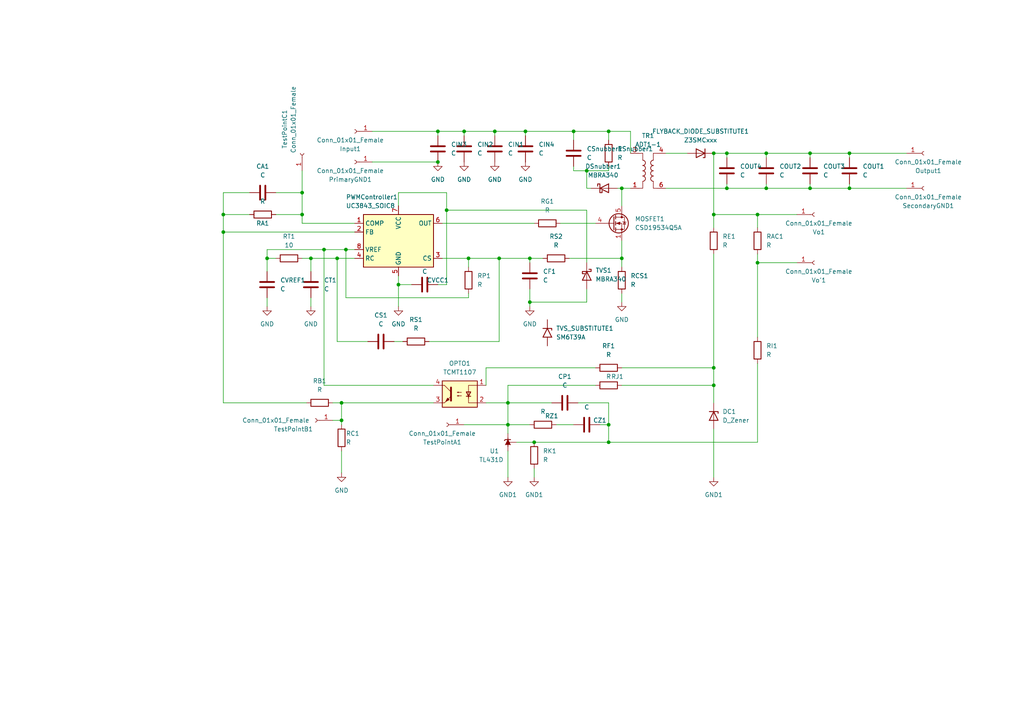
<source format=kicad_sch>
(kicad_sch (version 20211123) (generator eeschema)
  (paper "A4")
  (lib_symbols
    (symbol "Connector:Conn_01x01_Female" (pin_names (offset 1.016) hide)
      (property "Reference" "J" (at 0 2.54 0))
      (property "Value" "Conn_01x01_Female" (at 0 -2.54 0))
      (symbol "Conn_01x01_Female_1_1"
        (polyline (pts (xy -1.27 0) (xy -0.508 0)) (stroke (width 0.1524)))
        (arc (start 0 0.508) (mid -0.508 0) (end 0 -0.508) (stroke (width 0.1524)))
        (pin passive line (at -5.08 0 0) (length 3.81) (name "Pin_1") (number "1"))
      )
    )
    (symbol "Device:C" (pin_numbers hide) (pin_names (offset 0.254))
      (property "Reference" "C" (at 0.635 2.54 0))
      (property "Value" "C" (at 0.635 -2.54 0))
      (symbol "C_0_1"
        (polyline (pts (xy -2.032 -0.762) (xy 2.032 -0.762)) (stroke (width 0.508)))
        (polyline (pts (xy -2.032 0.762) (xy 2.032 0.762)) (stroke (width 0.508)))
      )
      (symbol "C_1_1"
        (pin passive line (at 0 3.81 270) (length 2.794) (name "~") (number "1"))
        (pin passive line (at 0 -3.81 90) (length 2.794) (name "~") (number "2"))
      )
    )
    (symbol "Device:D_Zener" (pin_numbers hide) (pin_names (offset 1.016) hide)
      (property "Reference" "D" (at 0 2.54 0))
      (property "Value" "D_Zener" (at 0 -2.54 0))
      (symbol "D_Zener_0_1"
        (polyline (pts (xy 1.27 0) (xy -1.27 0)))
        (polyline (pts (xy -1.27 -1.27) (xy -1.27 1.27) (xy -0.762 1.27)) (stroke (width 0.254)))
        (polyline (pts (xy 1.27 -1.27) (xy 1.27 1.27) (xy -1.27 0) (xy 1.27 -1.27)) (stroke (width 0.254)))
      )
      (symbol "D_Zener_1_1"
        (pin passive line (at -3.81 0 0) (length 2.54) (name "K") (number "1"))
        (pin passive line (at 3.81 0 180) (length 2.54) (name "A") (number "2"))
      )
    )
    (symbol "Device:R" (pin_numbers hide) (pin_names (offset 0))
      (property "Reference" "R" (at 2.032 0 90))
      (property "Value" "R" (at 0 0 90))
      (symbol "R_0_1"
        (rectangle (start -1.016 -2.54) (end 1.016 2.54) (stroke (width 0.254)))
      )
      (symbol "R_1_1"
        (pin passive line (at 0 3.81 270) (length 1.27) (name "~") (number "1"))
        (pin passive line (at 0 -3.81 90) (length 1.27) (name "~") (number "2"))
      )
    )
    (symbol "Diode:MBRA340" (pin_numbers hide) (pin_names hide)
      (property "Reference" "D" (at 0 2.54 0))
      (property "Value" "MBRA340" (at 0 -2.54 0))
      (symbol "MBRA340_0_1"
        (polyline (pts (xy 1.27 0) (xy -1.27 0)))
        (polyline (pts (xy 1.27 1.27) (xy 1.27 -1.27) (xy -1.27 0) (xy 1.27 1.27)) (stroke (width 0.254)))
        (polyline (pts (xy -1.905 0.635) (xy -1.905 1.27) (xy -1.27 1.27) (xy -1.27 -1.27) (xy -0.635 -1.27) (xy -0.635 -0.635)) (stroke (width 0.254)))
      )
      (symbol "MBRA340_1_1"
        (pin passive line (at -3.81 0 0) (length 2.54) (name "K") (number "1"))
        (pin passive line (at 3.81 0 180) (length 2.54) (name "A") (number "2"))
      )
    )
    (symbol "Diode:SM6T39A" (pin_numbers hide) (pin_names (offset 1.016) hide)
      (property "Reference" "D" (at 0 2.54 0))
      (property "Value" "SM6T39A" (at 0 -2.54 0))
      (symbol "SM6T39A_0_1"
        (polyline (pts (xy -0.762 1.27) (xy -1.27 1.27) (xy -1.27 -1.27)) (stroke (width 0.254)))
        (polyline (pts (xy 1.27 1.27) (xy 1.27 -1.27) (xy -1.27 0) (xy 1.27 1.27)) (stroke (width 0.254)))
      )
      (symbol "SM6T39A_1_1"
        (pin passive line (at -3.81 0 0) (length 2.54) (name "A1") (number "1"))
        (pin passive line (at 3.81 0 180) (length 2.54) (name "A2") (number "2"))
      )
    )
    (symbol "Diode:Z3SMCxxx" (pin_numbers hide) (pin_names hide)
      (property "Reference" "D" (at 0 2.54 0))
      (property "Value" "Z3SMCxxx" (at 0 -2.54 0))
      (symbol "Z3SMCxxx_0_1"
        (polyline (pts (xy 1.27 0) (xy -1.27 0)))
        (polyline (pts (xy -1.27 -1.27) (xy -1.27 1.27) (xy -0.762 1.27)) (stroke (width 0.254)))
        (polyline (pts (xy 1.27 -1.27) (xy 1.27 1.27) (xy -1.27 0) (xy 1.27 -1.27)) (stroke (width 0.254)))
      )
      (symbol "Z3SMCxxx_1_1"
        (pin passive line (at -3.81 0 0) (length 2.54) (name "K") (number "1"))
        (pin passive line (at 3.81 0 180) (length 2.54) (name "A") (number "2"))
      )
    )
    (symbol "Isolator:TCMT1107" (pin_names (offset 1.016))
      (property "Reference" "U" (at 0 5.08 0))
      (property "Value" "TCMT1107" (at 0 -5.08 0))
      (symbol "TCMT1107_1_1"
        (rectangle (start -5.08 3.81) (end 5.08 -3.81) (stroke (width 0.254)) (fill (type background)))
        (polyline (pts (xy -3.175 -0.635) (xy -1.905 -0.635)) (stroke (width 0.254)))
        (polyline (pts (xy 2.54 0.635) (xy 4.445 2.54)))
        (polyline (pts (xy 4.445 -2.54) (xy 2.54 -0.635)) (fill (type outline)))
        (polyline (pts (xy 4.445 -2.54) (xy 5.08 -2.54)))
        (polyline (pts (xy 4.445 2.54) (xy 5.08 2.54)))
        (polyline (pts (xy -2.54 -0.635) (xy -2.54 -2.54) (xy -5.08 -2.54)))
        (polyline (pts (xy 2.54 1.905) (xy 2.54 -1.905) (xy 2.54 -1.905)) (stroke (width 0.508)))
        (polyline (pts (xy -5.08 2.54) (xy -2.54 2.54) (xy -2.54 -1.27) (xy -2.54 0.635)))
        (polyline (pts (xy -2.54 -0.635) (xy -3.175 0.635) (xy -1.905 0.635) (xy -2.54 -0.635)) (stroke (width 0.254)))
        (polyline (pts (xy -0.508 -0.508) (xy 0.762 -0.508) (xy 0.381 -0.635) (xy 0.381 -0.381) (xy 0.762 -0.508)))
        (polyline (pts (xy -0.508 0.508) (xy 0.762 0.508) (xy 0.381 0.381) (xy 0.381 0.635) (xy 0.762 0.508)))
        (polyline (pts (xy 3.048 -1.651) (xy 3.556 -1.143) (xy 4.064 -2.159) (xy 3.048 -1.651) (xy 3.048 -1.651)) (fill (type outline)))
        (pin passive line (at -7.62 2.54 0) (length 2.54) (name "~") (number "1"))
        (pin passive line (at -7.62 -2.54 0) (length 2.54) (name "~") (number "2"))
        (pin passive line (at 7.62 -2.54 180) (length 2.54) (name "~") (number "3"))
        (pin passive line (at 7.62 2.54 180) (length 2.54) (name "~") (number "4"))
      )
    )
    (symbol "Reference_Voltage:TL431D" (pin_numbers hide) (pin_names hide)
      (property "Reference" "U" (at 0 -2.54 0))
      (property "Value" "TL431D" (at 0 -4.445 0))
      (symbol "TL431D_0_1"
        (polyline (pts (xy -1.27 0) (xy 0 0) (xy 1.27 0)))
        (polyline (pts (xy -0.762 0.762) (xy 0.762 0) (xy -0.762 -0.762)) (fill (type outline)))
        (polyline (pts (xy 0.508 -1.016) (xy 0.762 -0.762) (xy 0.762 0.762) (xy 0.762 0.762)) (stroke (width 0.254)))
      )
      (symbol "TL431D_1_1"
        (polyline (pts (xy 0 1.27) (xy 0 0)))
        (pin passive line (at 2.54 0 180) (length 2.54) (name "K") (number "1"))
        (pin passive line (at -2.54 0 0) (length 2.54) (name "A") (number "2"))
        (pin passive line (at -2.54 0 0) (length 2.54) hide (name "A") (number "3"))
        (pin passive line (at -2.54 0 0) (length 2.54) hide (name "A") (number "6"))
        (pin passive line (at -2.54 0 0) (length 2.54) hide (name "A") (number "7"))
        (pin passive line (at 0 2.54 270) (length 2.54) (name "REF") (number "8"))
      )
    )
    (symbol "Regulator_Controller:UC3843_SOIC8"
      (property "Reference" "U" (at 3.81 11.43 0))
      (property "Value" "UC3843_SOIC8" (at 3.81 8.89 0))
      (symbol "UC3843_SOIC8_0_1"
        (rectangle (start -10.16 -7.62) (end 10.16 7.62) (stroke (width 0.254)) (fill (type background)))
      )
      (symbol "UC3843_SOIC8_1_1"
        (pin passive line (at -12.7 5.08 0) (length 2.54) (name "COMP") (number "1"))
        (pin input line (at -12.7 2.54 0) (length 2.54) (name "FB") (number "2"))
        (pin input line (at 12.7 -5.08 180) (length 2.54) (name "CS") (number "3"))
        (pin passive line (at -12.7 -5.08 0) (length 2.54) (name "RC") (number "4"))
        (pin power_in line (at 0 -10.16 90) (length 2.54) (name "GND") (number "5"))
        (pin output line (at 12.7 5.08 180) (length 2.54) (name "OUT") (number "6"))
        (pin power_in line (at 0 10.16 270) (length 2.54) (name "VCC") (number "7"))
        (pin power_out line (at -12.7 -2.54 0) (length 2.54) (name "VREF") (number "8"))
      )
    )
    (symbol "Transformer:ADT1-1" (pin_names hide)
      (property "Reference" "TR" (at 0 6.35 0))
      (property "Value" "ADT1-1" (at 0 -6.35 0))
      (symbol "ADT1-1_0_1"
        (arc (start -1.524 -3.048) (mid -0.762 -2.286) (end -1.524 -1.524) (stroke (width 0.2032)))
        (arc (start -1.524 -1.524) (mid -0.762 -0.762) (end -1.524 0) (stroke (width 0.2032)))
        (arc (start -1.524 0) (mid -0.762 0.762) (end -1.524 1.524) (stroke (width 0.2032)))
        (arc (start -1.524 1.524) (mid -0.762 2.286) (end -1.524 3.048) (stroke (width 0.2032)))
        (polyline (pts (xy -2.54 5.08) (xy -1.524 5.08) (xy -1.524 3.048)) (stroke (width 0.1524)))
        (polyline (pts (xy -1.524 -3.048) (xy -1.524 -5.08) (xy -2.54 -5.08)) (stroke (width 0.1524)))
        (polyline (pts (xy 1.524 3.048) (xy 1.524 5.08) (xy 2.54 5.08)) (stroke (width 0.1524)))
        (polyline (pts (xy 2.54 -5.08) (xy 1.524 -5.08) (xy 1.524 -3.048)) (stroke (width 0.1524)))
        (arc (start 1.524 -1.524) (mid 0.762 -2.286) (end 1.524 -3.048) (stroke (width 0.2032)))
        (arc (start 1.524 0) (mid 0.762 -0.762) (end 1.524 -1.524) (stroke (width 0.2032)))
        (arc (start 1.524 1.524) (mid 0.762 0.762) (end 1.524 0) (stroke (width 0.2032)))
        (arc (start 1.524 3.048) (mid 0.762 2.286) (end 1.524 1.524) (stroke (width 0.2032)))
      )
      (symbol "ADT1-1_1_1"
        (pin passive line (at -5.08 -5.08 0) (length 2.54) (name "~") (number "1"))
        (pin passive line (at -5.08 5.08 0) (length 2.54) (name "~") (number "3"))
        (pin passive line (at 5.08 5.08 180) (length 2.54) (name "~") (number "4"))
        (pin passive line (at 5.08 -5.08 180) (length 2.54) (name "~") (number "6"))
      )
    )
    (symbol "Transistor_FET:CSD19534Q5A" (pin_names hide)
      (property "Reference" "Q" (at 5.08 1.905 0))
      (property "Value" "CSD19534Q5A" (at 5.08 0 0))
      (symbol "CSD19534Q5A_0_1"
        (polyline (pts (xy 0.254 0) (xy -2.54 0)))
        (polyline (pts (xy 0.254 1.905) (xy 0.254 -1.905)) (stroke (width 0.254)))
        (polyline (pts (xy 0.762 -1.27) (xy 0.762 -2.286)) (stroke (width 0.254)))
        (polyline (pts (xy 0.762 0.508) (xy 0.762 -0.508)) (stroke (width 0.254)))
        (polyline (pts (xy 0.762 2.286) (xy 0.762 1.27)) (stroke (width 0.254)))
        (polyline (pts (xy 2.54 2.54) (xy 2.54 1.778)))
        (polyline (pts (xy 2.54 -2.54) (xy 2.54 0) (xy 0.762 0)))
        (polyline (pts (xy 0.762 -1.778) (xy 3.302 -1.778) (xy 3.302 1.778) (xy 0.762 1.778)))
        (polyline (pts (xy 1.016 0) (xy 2.032 0.381) (xy 2.032 -0.381) (xy 1.016 0)) (fill (type outline)))
        (polyline (pts (xy 2.794 0.508) (xy 2.921 0.381) (xy 3.683 0.381) (xy 3.81 0.254)))
        (polyline (pts (xy 3.302 0.381) (xy 2.921 -0.254) (xy 3.683 -0.254) (xy 3.302 0.381)))
        (circle (center 1.651 0) (radius 2.794) (stroke (width 0.254)))
        (circle (center 2.54 -1.778) (radius 0.254) (fill (type outline)))
        (circle (center 2.54 1.778) (radius 0.254) (fill (type outline)))
      )
      (symbol "CSD19534Q5A_1_1"
        (pin passive line (at 2.54 -5.08 90) (length 2.54) (name "S") (number "1"))
        (pin passive line (at 2.54 -5.08 90) (length 2.54) hide (name "S") (number "2"))
        (pin passive line (at 2.54 -5.08 90) (length 2.54) hide (name "S") (number "3"))
        (pin passive line (at -5.08 0 0) (length 2.54) (name "G") (number "4"))
        (pin passive line (at 2.54 5.08 270) (length 2.54) (name "D") (number "5"))
      )
    )
    (symbol "power:GND" (power) (pin_names (offset 0))
      (property "Value" "GND" (at 0 -3.81 0))
      (symbol "GND_0_1"
        (polyline (pts (xy 0 0) (xy 0 -1.27) (xy 1.27 -1.27) (xy 0 -2.54) (xy -1.27 -1.27) (xy 0 -1.27)))
      )
      (symbol "GND_1_1"
        (pin power_in line (at 0 0 270) (length 0) hide (name "GND") (number "1"))
      )
    )
    (symbol "power:GND1" (power) (pin_names (offset 0))
      (property "Value" "GND1" (at 0 -3.81 0))
      (symbol "GND1_0_1"
        (polyline (pts (xy 0 0) (xy 0 -1.27) (xy 1.27 -1.27) (xy 0 -2.54) (xy -1.27 -1.27) (xy 0 -1.27)))
      )
      (symbol "GND1_1_1"
        (pin power_in line (at 0 0 270) (length 0) hide (name "GND1") (number "1"))
      )
    )
  )
  (junction (at 100.33 72.39))
  (junction (at 147.32 116.84))
  (junction (at 135.89 74.93))
  (junction (at 222.25 44.45))
  (junction (at 144.78 74.93))
  (junction (at 219.71 76.2))
  (junction (at 234.95 44.45))
  (junction (at 176.53 123.19))
  (junction (at 246.38 44.45))
  (junction (at 207.01 111.76))
  (junction (at 129.54 60.96))
  (junction (at 207.01 44.45))
  (junction (at 127 38.1))
  (junction (at 166.37 38.1))
  (junction (at 210.82 54.61))
  (junction (at 134.62 38.1))
  (junction (at 180.34 74.93))
  (junction (at 222.25 54.61))
  (junction (at 152.4 38.1))
  (junction (at 153.67 74.93))
  (junction (at 153.67 87.63))
  (junction (at 219.71 62.23))
  (junction (at 210.82 44.45))
  (junction (at 154.94 128.27))
  (junction (at 234.95 54.61))
  (junction (at 180.34 54.61))
  (junction (at 87.63 62.23))
  (junction (at 90.17 74.93))
  (junction (at 93.98 72.39))
  (junction (at 246.38 54.61))
  (junction (at 87.63 55.88))
  (junction (at 170.18 49.53))
  (junction (at 99.06 121.92))
  (junction (at 176.53 128.27))
  (junction (at 176.53 38.1))
  (junction (at 77.47 74.93))
  (junction (at 127 46.99))
  (junction (at 143.51 38.1))
  (junction (at 207.01 106.68))
  (junction (at 207.01 62.23))
  (junction (at 115.57 82.55))
  (junction (at 64.77 67.31))
  (junction (at 97.79 74.93))
  (junction (at 147.32 123.19))
  (junction (at 99.06 116.84))
  (junction (at 64.77 62.23))
  (wire (pts (xy 100.33 86.36) (xy 135.89 86.36)))
  (wire (pts (xy 176.53 128.27) (xy 154.94 128.27)))
  (wire (pts (xy 219.71 76.2) (xy 231.14 76.2)))
  (wire (pts (xy 129.54 60.96) (xy 170.18 60.96)))
  (wire (pts (xy 207.01 62.23) (xy 207.01 66.04)))
  (wire (pts (xy 180.34 69.85) (xy 180.34 74.93)))
  (wire (pts (xy 107.95 38.1) (xy 127 38.1)))
  (wire (pts (xy 125.73 111.76) (xy 93.98 111.76)))
  (wire (pts (xy 147.32 123.19) (xy 147.32 116.84)))
  (wire (pts (xy 100.33 86.36) (xy 100.33 72.39)))
  (wire (pts (xy 77.47 74.93) (xy 77.47 72.39)))
  (wire (pts (xy 90.17 74.93) (xy 97.79 74.93)))
  (wire (pts (xy 80.01 62.23) (xy 87.63 62.23)))
  (wire (pts (xy 222.25 54.61) (xy 234.95 54.61)))
  (wire (pts (xy 219.71 62.23) (xy 219.71 66.04)))
  (wire (pts (xy 115.57 82.55) (xy 115.57 88.9)))
  (wire (pts (xy 64.77 62.23) (xy 64.77 67.31)))
  (wire (pts (xy 127 38.1) (xy 134.62 38.1)))
  (wire (pts (xy 180.34 85.09) (xy 180.34 87.63)))
  (wire (pts (xy 222.25 44.45) (xy 210.82 44.45)))
  (wire (pts (xy 87.63 74.93) (xy 90.17 74.93)))
  (wire (pts (xy 180.34 111.76) (xy 207.01 111.76)))
  (wire (pts (xy 176.53 38.1) (xy 182.88 38.1)))
  (wire (pts (xy 127 82.55) (xy 129.54 82.55)))
  (wire (pts (xy 140.97 106.68) (xy 140.97 111.76)))
  (wire (pts (xy 147.32 116.84) (xy 140.97 116.84)))
  (wire (pts (xy 140.97 106.68) (xy 172.72 106.68)))
  (wire (pts (xy 88.9 116.84) (xy 64.77 116.84)))
  (wire (pts (xy 124.46 99.06) (xy 144.78 99.06)))
  (wire (pts (xy 176.53 123.19) (xy 176.53 116.84)))
  (wire (pts (xy 115.57 55.88) (xy 129.54 55.88)))
  (wire (pts (xy 64.77 62.23) (xy 72.39 62.23)))
  (wire (pts (xy 143.51 38.1) (xy 152.4 38.1)))
  (wire (pts (xy 180.34 74.93) (xy 180.34 77.47)))
  (wire (pts (xy 64.77 55.88) (xy 64.77 62.23)))
  (wire (pts (xy 219.71 76.2) (xy 219.71 97.79)))
  (wire (pts (xy 90.17 86.36) (xy 90.17 88.9)))
  (wire (pts (xy 90.17 74.93) (xy 90.17 78.74)))
  (wire (pts (xy 246.38 45.72) (xy 246.38 44.45)))
  (wire (pts (xy 234.95 53.34) (xy 234.95 54.61)))
  (wire (pts (xy 153.67 83.82) (xy 153.67 87.63)))
  (wire (pts (xy 234.95 45.72) (xy 234.95 44.45)))
  (wire (pts (xy 152.4 38.1) (xy 166.37 38.1)))
  (wire (pts (xy 207.01 124.46) (xy 207.01 138.43)))
  (wire (pts (xy 147.32 123.19) (xy 153.67 123.19)))
  (wire (pts (xy 246.38 54.61) (xy 246.38 53.34)))
  (wire (pts (xy 93.98 72.39) (xy 100.33 72.39)))
  (wire (pts (xy 193.04 44.45) (xy 199.39 44.45)))
  (wire (pts (xy 87.63 55.88) (xy 87.63 62.23)))
  (wire (pts (xy 96.52 121.92) (xy 99.06 121.92)))
  (wire (pts (xy 115.57 59.69) (xy 115.57 55.88)))
  (wire (pts (xy 99.06 121.92) (xy 99.06 123.19)))
  (wire (pts (xy 219.71 62.23) (xy 231.14 62.23)))
  (wire (pts (xy 222.25 44.45) (xy 234.95 44.45)))
  (wire (pts (xy 80.01 55.88) (xy 87.63 55.88)))
  (wire (pts (xy 96.52 116.84) (xy 99.06 116.84)))
  (wire (pts (xy 222.25 53.34) (xy 222.25 54.61)))
  (wire (pts (xy 144.78 74.93) (xy 153.67 74.93)))
  (wire (pts (xy 143.51 38.1) (xy 143.51 39.37)))
  (wire (pts (xy 234.95 54.61) (xy 246.38 54.61)))
  (wire (pts (xy 207.01 44.45) (xy 210.82 44.45)))
  (wire (pts (xy 134.62 123.19) (xy 147.32 123.19)))
  (wire (pts (xy 180.34 54.61) (xy 182.88 54.61)))
  (wire (pts (xy 102.87 64.77) (xy 87.63 64.77)))
  (wire (pts (xy 262.89 54.61) (xy 246.38 54.61)))
  (wire (pts (xy 246.38 44.45) (xy 234.95 44.45)))
  (wire (pts (xy 210.82 54.61) (xy 222.25 54.61)))
  (wire (pts (xy 97.79 99.06) (xy 97.79 74.93)))
  (wire (pts (xy 135.89 85.09) (xy 135.89 86.36)))
  (wire (pts (xy 127 38.1) (xy 127 39.37)))
  (wire (pts (xy 210.82 44.45) (xy 210.82 45.72)))
  (wire (pts (xy 207.01 73.66) (xy 207.01 106.68)))
  (wire (pts (xy 170.18 49.53) (xy 166.37 49.53)))
  (wire (pts (xy 115.57 82.55) (xy 119.38 82.55)))
  (wire (pts (xy 152.4 38.1) (xy 152.4 39.37)))
  (wire (pts (xy 219.71 128.27) (xy 176.53 128.27)))
  (wire (pts (xy 80.01 74.93) (xy 77.47 74.93)))
  (wire (pts (xy 154.94 135.89) (xy 154.94 138.43)))
  (wire (pts (xy 87.63 62.23) (xy 87.63 64.77)))
  (wire (pts (xy 93.98 111.76) (xy 93.98 72.39)))
  (wire (pts (xy 129.54 60.96) (xy 129.54 82.55)))
  (wire (pts (xy 97.79 74.93) (xy 102.87 74.93)))
  (wire (pts (xy 149.86 128.27) (xy 154.94 128.27)))
  (wire (pts (xy 72.39 55.88) (xy 64.77 55.88)))
  (wire (pts (xy 114.3 99.06) (xy 116.84 99.06)))
  (wire (pts (xy 171.45 54.61) (xy 170.18 54.61)))
  (wire (pts (xy 77.47 72.39) (xy 93.98 72.39)))
  (wire (pts (xy 222.25 45.72) (xy 222.25 44.45)))
  (wire (pts (xy 77.47 86.36) (xy 77.47 88.9)))
  (wire (pts (xy 162.56 64.77) (xy 172.72 64.77)))
  (wire (pts (xy 99.06 130.81) (xy 99.06 137.16)))
  (wire (pts (xy 77.47 74.93) (xy 77.47 78.74)))
  (wire (pts (xy 210.82 53.34) (xy 210.82 54.61)))
  (wire (pts (xy 147.32 111.76) (xy 172.72 111.76)))
  (wire (pts (xy 176.53 49.53) (xy 170.18 49.53)))
  (wire (pts (xy 99.06 116.84) (xy 99.06 121.92)))
  (wire (pts (xy 147.32 116.84) (xy 147.32 111.76)))
  (wire (pts (xy 147.32 116.84) (xy 160.02 116.84)))
  (wire (pts (xy 173.99 123.19) (xy 176.53 123.19)))
  (wire (pts (xy 128.27 74.93) (xy 135.89 74.93)))
  (wire (pts (xy 176.53 123.19) (xy 176.53 128.27)))
  (wire (pts (xy 144.78 99.06) (xy 144.78 74.93)))
  (wire (pts (xy 135.89 74.93) (xy 144.78 74.93)))
  (wire (pts (xy 179.07 54.61) (xy 180.34 54.61)))
  (wire (pts (xy 143.51 38.1) (xy 134.62 38.1)))
  (wire (pts (xy 153.67 87.63) (xy 170.18 87.63)))
  (wire (pts (xy 135.89 74.93) (xy 135.89 77.47)))
  (wire (pts (xy 180.34 106.68) (xy 207.01 106.68)))
  (wire (pts (xy 100.33 72.39) (xy 102.87 72.39)))
  (wire (pts (xy 147.32 125.73) (xy 147.32 123.19)))
  (wire (pts (xy 170.18 87.63) (xy 170.18 83.82)))
  (wire (pts (xy 153.67 74.93) (xy 153.67 76.2)))
  (wire (pts (xy 161.29 123.19) (xy 166.37 123.19)))
  (wire (pts (xy 170.18 49.53) (xy 170.18 54.61)))
  (wire (pts (xy 207.01 106.68) (xy 207.01 111.76)))
  (wire (pts (xy 176.53 38.1) (xy 176.53 40.64)))
  (wire (pts (xy 207.01 62.23) (xy 219.71 62.23)))
  (wire (pts (xy 106.68 99.06) (xy 97.79 99.06)))
  (wire (pts (xy 157.48 74.93) (xy 153.67 74.93)))
  (wire (pts (xy 219.71 73.66) (xy 219.71 76.2)))
  (wire (pts (xy 180.34 59.69) (xy 180.34 54.61)))
  (wire (pts (xy 153.67 87.63) (xy 153.67 88.9)))
  (wire (pts (xy 128.27 64.77) (xy 154.94 64.77)))
  (wire (pts (xy 115.57 80.01) (xy 115.57 82.55)))
  (wire (pts (xy 207.01 111.76) (xy 207.01 116.84)))
  (wire (pts (xy 87.63 49.53) (xy 87.63 55.88)))
  (wire (pts (xy 170.18 60.96) (xy 170.18 76.2)))
  (wire (pts (xy 176.53 116.84) (xy 167.64 116.84)))
  (wire (pts (xy 193.04 54.61) (xy 210.82 54.61)))
  (wire (pts (xy 176.53 48.26) (xy 176.53 49.53)))
  (wire (pts (xy 219.71 105.41) (xy 219.71 128.27)))
  (wire (pts (xy 125.73 116.84) (xy 99.06 116.84)))
  (wire (pts (xy 246.38 44.45) (xy 262.89 44.45)))
  (wire (pts (xy 166.37 38.1) (xy 166.37 40.64)))
  (wire (pts (xy 102.87 67.31) (xy 64.77 67.31)))
  (wire (pts (xy 147.32 130.81) (xy 147.32 138.43)))
  (wire (pts (xy 166.37 38.1) (xy 176.53 38.1)))
  (wire (pts (xy 129.54 55.88) (xy 129.54 60.96)))
  (wire (pts (xy 64.77 116.84) (xy 64.77 67.31)))
  (wire (pts (xy 182.88 38.1) (xy 182.88 44.45)))
  (wire (pts (xy 207.01 44.45) (xy 207.01 62.23)))
  (wire (pts (xy 134.62 38.1) (xy 134.62 39.37)))
  (wire (pts (xy 107.95 46.99) (xy 127 46.99)))
  (wire (pts (xy 165.1 74.93) (xy 180.34 74.93)))
  (wire (pts (xy 166.37 49.53) (xy 166.37 48.26)))
  (symbol (lib_id "Device:C") (at 134.62 43.18 0) (unit 1)
    (property "Reference" "CIN2" (at 138.43 41.9099 0) (effects (justify left)))
    (property "Value" "C" (at 138.43 44.4499 0) (effects (justify left)))
  )
  (symbol (lib_id "Device:C") (at 222.25 49.53 0) (unit 1)
    (property "Reference" "COUT2" (at 226.06 48.2599 0) (effects (justify left)))
    (property "Value" "C" (at 226.06 50.7999 0) (effects (justify left)))
  )
  (symbol (lib_id "Device:C") (at 234.95 49.53 0) (unit 1)
    (property "Reference" "COUT3" (at 238.76 48.2599 0) (effects (justify left)))
    (property "Value" "C" (at 238.76 50.7999 0) (effects (justify left)))
  )
  (symbol (lib_id "power:GND") (at 90.17 88.9 0) (unit 1)
    (property "Reference" "#PWR0105" (effects hide))
    (property "Value" "GND" (at 90.17 93.98 0))
  )
  (symbol (lib_id "Device:R") (at 92.71 116.84 90) (unit 1)
    (property "Reference" "RB1" (at 92.71 110.49 90))
    (property "Value" "R" (at 92.71 113.03 90))
    (property "Footprint" "Resistor_SMD:R_0805_2012Metric_Pad1.20x1.40mm_HandSolder" (effects hide))
  )
  (symbol (lib_id "Device:C") (at 152.4 43.18 0) (unit 1)
    (property "Reference" "CIN4" (at 156.21 41.9099 0) (effects (justify left)))
    (property "Value" "C" (at 156.21 44.4499 0) (effects (justify left)))
  )
  (symbol (lib_id "Device:R") (at 219.71 69.85 0) (unit 1)
    (property "Reference" "RAC1" (at 222.25 68.5799 0) (effects (justify left)))
    (property "Value" "R" (at 222.25 71.1199 0) (effects (justify left)))
    (property "Footprint" "Resistor_SMD:R_0805_2012Metric_Pad1.20x1.40mm_HandSolder" (effects hide))
  )
  (symbol (lib_id "Diode:SM6T39A") (at 158.75 96.52 270) (unit 1)
    (property "Reference" "TVS_SUBSTITUTE1" (at 161.29 95.2499 90) (effects (justify left)))
    (property "Value" "SM6T39A" (at 161.29 97.7899 90) (effects (justify left)))
    (property "Footprint" "Diode_SMD:D_SMB" (effects hide))
    (property "Datasheet" "https://www.st.com/resource/en/datasheet/sm6t.pdf" (effects hide))
  )
  (symbol (lib_id "Reference_Voltage:TL431D") (at 147.32 128.27 270) (mirror x) (unit 1)
    (property "Reference" "U1" (at 144.78 130.81 90) (effects (justify right)))
    (property "Value" "TL431D" (at 146.05 133.35 90) (effects (justify right)))
    (property "Footprint" "Package_SO:SOIC-8_3.9x4.9mm_P1.27mm" (effects hide))
    (property "Datasheet" "http://www.ti.com/lit/ds/symlink/tl431.pdf" (effects hide))
  )
  (symbol (lib_id "Connector:Conn_01x01_Female") (at 267.97 54.61 0) (unit 1)
    (property "Reference" "SecondaryGND1" (at 269.24 59.69 0))
    (property "Value" "Conn_01x01_Female" (at 269.24 57.15 0))
  )
  (symbol (lib_id "Device:C") (at 76.2 55.88 90) (unit 1)
    (property "Reference" "CA1" (at 76.2 48.26 90))
    (property "Value" "C" (at 76.2 50.8 90))
  )
  (symbol (lib_id "Device:C") (at 170.18 123.19 90) (unit 1)
    (property "Reference" "CZ1" (at 173.99 121.92 90))
    (property "Value" "C" (at 170.18 118.11 90))
  )
  (symbol (lib_id "Connector:Conn_01x01_Female") (at 267.97 44.45 0) (unit 1)
    (property "Reference" "Output1" (at 269.24 49.53 0))
    (property "Value" "Conn_01x01_Female" (at 269.24 46.99 0))
  )
  (symbol (lib_id "Connector:Conn_01x01_Female") (at 236.22 76.2 0) (unit 1)
    (property "Reference" "Vo'1" (at 237.49 81.28 0))
    (property "Value" "Conn_01x01_Female" (at 237.49 78.74 0))
  )
  (symbol (lib_id "Diode:Z3SMCxxx") (at 203.2 44.45 180) (unit 1)
    (property "Reference" "FLYBACK_DIODE_SUBSTITUTE1" (at 203.2 38.1 0))
    (property "Value" "Z3SMCxxx" (at 203.2 40.64 0))
    (property "Footprint" "Diode_SMD:D_SMC" (effects hide))
    (property "Datasheet" "https://diotec.com/tl_files/diotec/files/pdf/datasheets/z3smc1.pdf" (effects hide))
  )
  (symbol (lib_id "Device:R") (at 99.06 127 0) (unit 1)
    (property "Reference" "RC1" (at 100.33 125.73 0) (effects (justify left)))
    (property "Value" "R" (at 100.33 128.27 0) (effects (justify left)))
  )
  (symbol (lib_id "Transistor_FET:CSD19534Q5A") (at 177.8 64.77 0) (unit 1)
    (property "Reference" "MOSFET1" (at 184.15 63.4999 0) (effects (justify left)))
    (property "Value" "CSD19534Q5A" (at 184.15 66.0399 0) (effects (justify left)))
    (property "Footprint" "Package_TO_SOT_SMD:TDSON-8-1" (effects hide))
    (property "Datasheet" "http://www.ti.com/lit/gpn/csd19534q5a" (effects hide))
  )
  (symbol (lib_id "Device:R") (at 219.71 101.6 0) (unit 1)
    (property "Reference" "RI1" (at 222.25 100.3299 0) (effects (justify left)))
    (property "Value" "R" (at 222.25 102.8699 0) (effects (justify left)))
    (property "Footprint" "Resistor_SMD:R_0805_2012Metric_Pad1.20x1.40mm_HandSolder" (effects hide))
  )
  (symbol (lib_id "Device:R") (at 120.65 99.06 90) (unit 1)
    (property "Reference" "RS1" (at 120.65 92.71 90))
    (property "Value" "R" (at 120.65 95.25 90))
    (property "Footprint" "Resistor_SMD:R_0805_2012Metric_Pad1.20x1.40mm_HandSolder" (effects hide))
  )
  (symbol (lib_id "power:GND") (at 153.67 88.9 0) (unit 1)
    (property "Reference" "#PWR0104" (effects hide))
    (property "Value" "GND" (at 153.67 93.98 0))
  )
  (symbol (lib_id "power:GND") (at 180.34 87.63 0) (unit 1)
    (property "Reference" "#PWR0102" (effects hide))
    (property "Value" "GND" (at 180.34 92.71 0))
  )
  (symbol (lib_id "Device:R") (at 76.2 62.23 90) (unit 1)
    (property "Reference" "RA1" (at 76.2 64.77 90))
    (property "Value" "R" (at 76.2 58.42 90))
    (property "Footprint" "Resistor_SMD:R_0805_2012Metric_Pad1.20x1.40mm_HandSolder" (effects hide))
  )
  (symbol (lib_id "Connector:Conn_01x01_Female") (at 102.87 46.99 0) (mirror y) (unit 1)
    (property "Reference" "PrimaryGND1" (at 101.6 52.07 0))
    (property "Value" "Conn_01x01_Female" (at 101.6 49.53 0))
  )
  (symbol (lib_id "Device:C") (at 90.17 82.55 0) (unit 1)
    (property "Reference" "CT1" (at 93.98 81.2799 0) (effects (justify left)))
    (property "Value" "C" (at 93.98 83.8199 0) (effects (justify left)))
  )
  (symbol (lib_id "Device:C") (at 246.38 49.53 0) (unit 1)
    (property "Reference" "COUT1" (at 250.19 48.2599 0) (effects (justify left)))
    (property "Value" "C" (at 250.19 50.7999 0) (effects (justify left)))
  )
  (symbol (lib_id "Connector:Conn_01x01_Female") (at 91.44 121.92 0) (mirror y) (unit 1)
    (property "Reference" "TestPointB1" (at 85.09 124.46 0))
    (property "Value" "Conn_01x01_Female" (at 80.01 121.92 0))
  )
  (symbol (lib_id "Device:R") (at 158.75 64.77 90) (unit 1)
    (property "Reference" "RG1" (at 158.75 58.42 90))
    (property "Value" "R" (at 158.75 60.96 90))
  )
  (symbol (lib_id "Connector:Conn_01x01_Female") (at 87.63 44.45 90) (unit 1)
    (property "Reference" "TestPointC1" (at 82.55 43.18 0) (effects (justify left)))
    (property "Value" "Conn_01x01_Female" (at 85.09 44.45 0) (effects (justify left)))
  )
  (symbol (lib_id "Device:R") (at 83.82 74.93 90) (unit 1)
    (property "Reference" "RT1" (at 83.82 68.58 90))
    (property "Value" "10" (at 83.82 71.12 90))
    (property "Footprint" "Resistor_SMD:R_0805_2012Metric_Pad1.20x1.40mm_HandSolder" (effects hide))
  )
  (symbol (lib_id "Device:R") (at 161.29 74.93 90) (unit 1)
    (property "Reference" "RS2" (at 161.29 68.58 90))
    (property "Value" "R" (at 161.29 71.12 90))
    (property "Footprint" "Resistor_SMD:R_0805_2012Metric_Pad1.20x1.40mm_HandSolder" (effects hide))
  )
  (symbol (lib_id "power:GND") (at 143.51 46.99 0) (unit 1)
    (property "Reference" "#PWR0113" (effects hide))
    (property "Value" "GND" (at 143.51 52.07 0))
  )
  (symbol (lib_id "Device:D_Zener") (at 207.01 120.65 270) (unit 1)
    (property "Reference" "DC1" (at 209.55 119.3799 90) (effects (justify left)))
    (property "Value" "D_Zener" (at 209.55 121.9199 90) (effects (justify left)))
  )
  (symbol (lib_id "power:GND") (at 152.4 46.99 0) (unit 1)
    (property "Reference" "#PWR0101" (effects hide))
    (property "Value" "GND" (at 152.4 52.07 0))
  )
  (symbol (lib_id "Diode:MBRA340") (at 170.18 80.01 270) (unit 1)
    (property "Reference" "TVS1" (at 172.72 78.4224 90) (effects (justify left)))
    (property "Value" "MBRA340" (at 172.72 80.9624 90) (effects (justify left)))
    (property "Footprint" "Diode_SMD:D_SMA" (effects hide))
    (property "Datasheet" "https://www.onsemi.com/pub/Collateral/MBRA340T3-D.PDF" (effects hide))
  )
  (symbol (lib_id "Device:C") (at 110.49 99.06 90) (unit 1)
    (property "Reference" "CS1" (at 110.49 91.44 90))
    (property "Value" "C" (at 110.49 93.98 90))
  )
  (symbol (lib_id "Device:R") (at 157.48 123.19 90) (unit 1)
    (property "Reference" "RZ1" (at 160.02 120.65 90))
    (property "Value" "R" (at 157.48 119.38 90))
    (property "Footprint" "Resistor_SMD:R_0805_2012Metric_Pad1.20x1.40mm_HandSolder" (effects hide))
  )
  (symbol (lib_id "Connector:Conn_01x01_Female") (at 102.87 38.1 0) (mirror y) (unit 1)
    (property "Reference" "Input1" (at 101.6 43.18 0))
    (property "Value" "Conn_01x01_Female" (at 101.6 40.64 0))
  )
  (symbol (lib_id "power:GND") (at 115.57 88.9 0) (unit 1)
    (property "Reference" "#PWR0103" (effects hide))
    (property "Value" "GND" (at 115.57 93.98 0))
  )
  (symbol (lib_id "Device:C") (at 143.51 43.18 0) (unit 1)
    (property "Reference" "CIN1" (at 147.32 41.9099 0) (effects (justify left)))
    (property "Value" "C" (at 147.32 44.4499 0) (effects (justify left)))
  )
  (symbol (lib_id "Device:C") (at 127 43.18 0) (unit 1)
    (property "Reference" "CIN3" (at 130.81 41.9099 0) (effects (justify left)))
    (property "Value" "C" (at 130.81 44.4499 0) (effects (justify left)))
  )
  (symbol (lib_id "Regulator_Controller:UC3843_SOIC8") (at 115.57 69.85 0) (unit 1)
    (property "Reference" "PWMController1" (at 100.33 57.15 0) (effects (justify left)))
    (property "Value" "UC3843_SOIC8" (at 100.33 59.69 0) (effects (justify left)))
    (property "Footprint" "Package_SO:SOIC-8_3.9x4.9mm_P1.27mm" (effects hide))
    (property "Datasheet" "http://www.ti.com/lit/ds/symlink/uc3842.pdf" (effects hide))
  )
  (symbol (lib_id "Device:C") (at 210.82 49.53 0) (unit 1)
    (property "Reference" "COUT4" (at 214.63 48.2599 0) (effects (justify left)))
    (property "Value" "C" (at 214.63 50.7999 0) (effects (justify left)))
  )
  (symbol (lib_id "Device:C") (at 123.19 82.55 90) (unit 1)
    (property "Reference" "CVCC1" (at 127 81.28 90))
    (property "Value" "C" (at 123.19 78.74 90))
  )
  (symbol (lib_id "Device:R") (at 154.94 132.08 0) (unit 1)
    (property "Reference" "RK1" (at 157.48 130.8099 0) (effects (justify left)))
    (property "Value" "R" (at 157.48 133.3499 0) (effects (justify left)))
    (property "Footprint" "Resistor_SMD:R_0805_2012Metric_Pad1.20x1.40mm_HandSolder" (effects hide))
  )
  (symbol (lib_id "Device:C") (at 166.37 44.45 0) (unit 1)
    (property "Reference" "CSnubber1" (at 170.18 43.1799 0) (effects (justify left)))
    (property "Value" "C" (at 170.18 45.7199 0) (effects (justify left)))
  )
  (symbol (lib_id "Connector:Conn_01x01_Female") (at 236.22 62.23 0) (unit 1)
    (property "Reference" "Vo1" (at 237.49 67.31 0))
    (property "Value" "Conn_01x01_Female" (at 237.49 64.77 0))
  )
  (symbol (lib_id "power:GND1") (at 207.01 138.43 0) (unit 1)
    (property "Reference" "#PWR0110" (effects hide))
    (property "Value" "GND1" (at 207.01 143.51 0))
  )
  (symbol (lib_id "power:GND") (at 99.06 137.16 0) (unit 1)
    (property "Reference" "#PWR0106" (effects hide))
    (property "Value" "GND" (at 99.06 142.24 0))
  )
  (symbol (lib_id "Device:R") (at 176.53 106.68 90) (unit 1)
    (property "Reference" "RF1" (at 176.53 100.33 90))
    (property "Value" "R" (at 176.53 102.87 90))
    (property "Footprint" "Resistor_SMD:R_0805_2012Metric_Pad1.20x1.40mm_HandSolder" (effects hide))
  )
  (symbol (lib_id "power:GND") (at 127 46.99 0) (unit 1)
    (property "Reference" "#PWR0111" (effects hide))
    (property "Value" "GND" (at 127 52.07 0))
  )
  (symbol (lib_id "Device:R") (at 176.53 44.45 0) (unit 1)
    (property "Reference" "RSnubber1" (at 179.07 43.1799 0) (effects (justify left)))
    (property "Value" "R" (at 179.07 45.7199 0) (effects (justify left)))
    (property "Footprint" "Resistor_SMD:R_2010_5025Metric_Pad1.40x2.65mm_HandSolder" (effects hide))
  )
  (symbol (lib_id "Transformer:ADT1-1") (at 187.96 49.53 0) (unit 1)
    (property "Reference" "TR1" (at 187.96 39.37 0))
    (property "Value" "ADT1-1" (at 187.96 41.91 0))
    (property "Footprint" "kutup:sevgi-kafkasi" (effects hide))
    (property "Datasheet" "https://www.minicircuits.com/pdfs/ADT1-1+.pdf" (effects hide))
  )
  (symbol (lib_id "power:GND1") (at 154.94 138.43 0) (unit 1)
    (property "Reference" "#PWR0109" (effects hide))
    (property "Value" "GND1" (at 154.94 143.51 0))
  )
  (symbol (lib_id "Device:R") (at 207.01 69.85 0) (unit 1)
    (property "Reference" "RE1" (at 209.55 68.5799 0) (effects (justify left)))
    (property "Value" "R" (at 209.55 71.1199 0) (effects (justify left)))
    (property "Footprint" "Resistor_SMD:R_0805_2012Metric_Pad1.20x1.40mm_HandSolder" (effects hide))
  )
  (symbol (lib_id "Device:C") (at 153.67 80.01 0) (unit 1)
    (property "Reference" "CF1" (at 157.48 78.7399 0) (effects (justify left)))
    (property "Value" "C" (at 157.48 81.2799 0) (effects (justify left)))
  )
  (symbol (lib_id "Device:R") (at 135.89 81.28 180) (unit 1)
    (property "Reference" "RP1" (at 138.43 80.0099 0) (effects (justify right)))
    (property "Value" "R" (at 138.43 82.5499 0) (effects (justify right)))
    (property "Footprint" "Resistor_SMD:R_0805_2012Metric_Pad1.20x1.40mm_HandSolder" (effects hide))
  )
  (symbol (lib_id "Device:C") (at 77.47 82.55 0) (unit 1)
    (property "Reference" "CVREF1" (at 81.28 81.2799 0) (effects (justify left)))
    (property "Value" "C" (at 81.28 83.8199 0) (effects (justify left)))
  )
  (symbol (lib_id "Device:C") (at 163.83 116.84 90) (unit 1)
    (property "Reference" "CP1" (at 163.83 109.22 90))
    (property "Value" "C" (at 163.83 111.76 90))
  )
  (symbol (lib_id "power:GND") (at 134.62 46.99 0) (unit 1)
    (property "Reference" "#PWR0112" (effects hide))
    (property "Value" "GND" (at 134.62 52.07 0))
  )
  (symbol (lib_id "Isolator:TCMT1107") (at 133.35 114.3 0) (mirror y) (unit 1)
    (property "Reference" "OPTO1" (at 133.35 105.41 0))
    (property "Value" "TCMT1107" (at 133.35 107.95 0))
    (property "Footprint" "Package_SO:SOP-4_4.4x2.6mm_P1.27mm" (effects hide))
    (property "Datasheet" "http://www.vishay.com/docs/83510/tcmt1100.pdf" (effects hide))
  )
  (symbol (lib_id "Diode:MBRA340") (at 175.26 54.61 0) (unit 1)
    (property "Reference" "DSnubber1" (at 174.9425 48.26 0))
    (property "Value" "MBRA340" (at 174.9425 50.8 0))
    (property "Footprint" "Diode_SMD:D_SMA" (effects hide))
    (property "Datasheet" "https://www.onsemi.com/pub/Collateral/MBRA340T3-D.PDF" (effects hide))
  )
  (symbol (lib_id "Device:R") (at 176.53 111.76 90) (unit 1)
    (property "Reference" "RJ1" (at 179.07 109.22 90))
    (property "Value" "R" (at 176.53 109.22 90))
    (property "Footprint" "Resistor_SMD:R_0805_2012Metric_Pad1.20x1.40mm_HandSolder" (effects hide))
  )
  (symbol (lib_id "Device:R") (at 180.34 81.28 0) (unit 1)
    (property "Reference" "RCS1" (at 182.88 80.0099 0) (effects (justify left)))
    (property "Value" "R" (at 182.88 82.5499 0) (effects (justify left)))
    (property "Footprint" "Resistor_SMD:R_2010_5025Metric_Pad1.40x2.65mm_HandSolder" (effects hide))
  )
  (symbol (lib_id "Connector:Conn_01x01_Female") (at 129.54 123.19 0) (mirror y) (unit 1)
    (property "Reference" "TestPointA1" (at 128.27 128.27 0))
    (property "Value" "Conn_01x01_Female" (at 128.27 125.73 0))
  )
  (symbol (lib_id "power:GND1") (at 147.32 138.43 0) (unit 1)
    (property "Reference" "#PWR0108" (effects hide))
    (property "Value" "GND1" (at 147.32 143.51 0))
  )
  (symbol (lib_id "power:GND") (at 77.47 88.9 0) (unit 1)
    (property "Reference" "#PWR0107" (effects hide))
    (property "Value" "GND" (at 77.47 93.98 0))
  )
)
</source>
